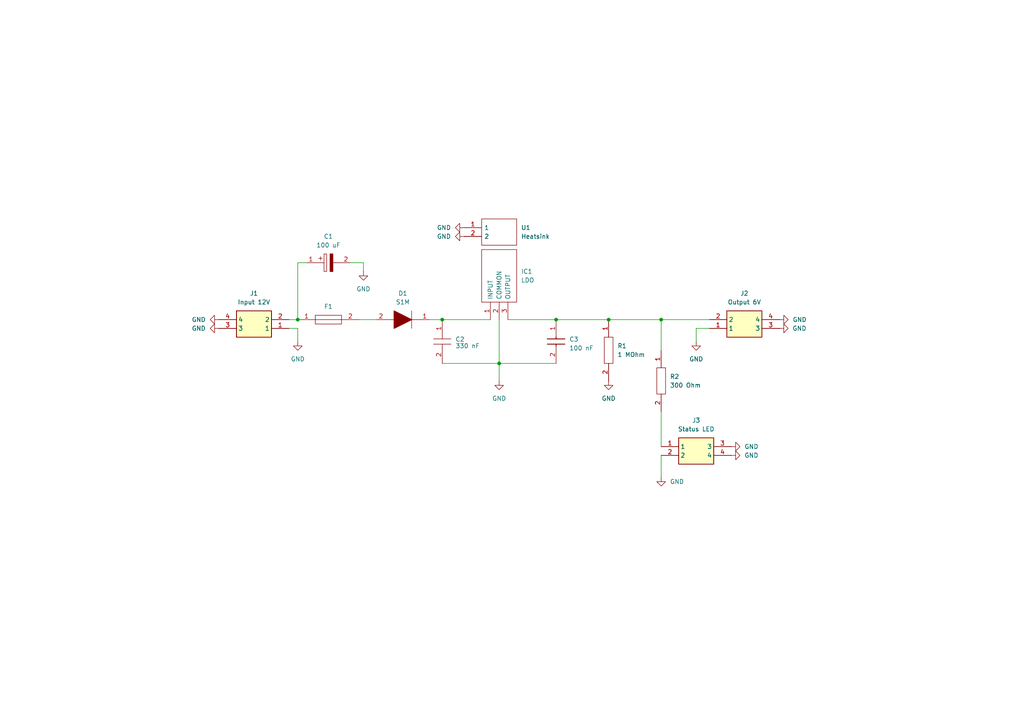
<source format=kicad_sch>
(kicad_sch (version 20231120) (generator "eeschema") (generator_version "8.0")
  (paper "A4")
  (title_block (title "Voltage Regulator for LNA ZX60-14LN-S+") (date "2024-11-06") (rev "1.0"))
  (lib_symbols
    (symbol "43650-0211:43650-0211"
      (property "Reference" "J" (at 16.51 7.62 0))
      (property "Value" "43650-0211" (at 16.51 5.08 0))
      (symbol "43650-0211_1_1"
        (rectangle (start 5.08 2.54) (end 15.24 -5.08) (stroke (width 0.254)) (fill (type background)))
        (pin passive line (at 20.32 -2.54 180) (length 5.08) (name "1") (number "1"))
        (pin passive line (at 20.32 0 180) (length 5.08) (name "2") (number "2"))
        (pin passive line (at 0 -2.54 0) (length 5.08) (name "3") (number "3"))
        (pin passive line (at 0 0 0) (length 5.08) (name "4") (number "4"))
      )
    )
    (symbol "Capacitor_Ceramic_100nF_muRata:GCM21BR72A104KA37L"
      (property "Reference" "C" (at 8.89 6.35 0))
      (symbol "GCM21BR72A104KA37L_1_0"
        (polyline (pts (xy 5.08 0) (xy 5.588 0)) (stroke (width 0.254)))
        (polyline (pts (xy 5.588 2.54) (xy 5.588 -2.54)) (stroke (width 0.254)))
        (polyline (pts (xy 7.112 0) (xy 7.62 0)) (stroke (width 0.254)))
        (polyline (pts (xy 7.112 2.54) (xy 7.112 -2.54)) (stroke (width 0.254)))
        (pin bidirectional line (at 0 0 0) (length 5.08) (name "1") (number "1"))
        (pin bidirectional line (at 12.7 0 180) (length 5.08) (name "2") (number "2"))
      )
    )
    (symbol "Capacitor_Ceramic_330nF_muRata:GRM21AR72A334KAC5L" (pin_names (offset 0.762))
      (property "Reference" "C" (at 8.89 6.35 0))
      (property "Value" "GRM21AR72A334KAC5L" (at 8.89 3.81 0))
      (symbol "GRM21AR72A334KAC5L_0_0"
        (pin passive line (at 0 0 0) (length 5.08) (name "~") (number "1"))
        (pin passive line (at 12.7 0 180) (length 5.08) (name "~") (number "2"))
      )
      (symbol "GRM21AR72A334KAC5L_0_1"
        (polyline (pts (xy 5.08 0) (xy 5.588 0)) (stroke (width 0.1524)))
        (polyline (pts (xy 5.588 2.54) (xy 5.588 -2.54)) (stroke (width 0.1524)))
        (polyline (pts (xy 7.112 0) (xy 7.62 0)) (stroke (width 0.1524)))
        (polyline (pts (xy 7.112 2.54) (xy 7.112 -2.54)) (stroke (width 0.1524)))
      )
    )
    (symbol "Capacitor_Tantalum_100uF_KEMET:T491X107K025AT" (pin_names (offset 0.762))
      (property "Reference" "C" (at 8.89 6.35 0))
      (property "Value" "T491X107K025AT" (at 8.89 3.81 0))
      (symbol "T491X107K025AT_0_0"
        (pin passive line (at 0 0 0) (length 2.54) (name "~") (number "1"))
        (pin passive line (at 12.7 0 180) (length 2.54) (name "~") (number "2"))
      )
      (symbol "T491X107K025AT_0_1"
        (polyline (pts (xy 2.54 0) (xy 5.08 0)) (stroke (width 0.1524)))
        (polyline (pts (xy 4.064 1.778) (xy 4.064 0.762)) (stroke (width 0.1524)))
        (polyline (pts (xy 4.572 1.27) (xy 3.556 1.27)) (stroke (width 0.1524)))
        (polyline (pts (xy 7.62 0) (xy 10.16 0)) (stroke (width 0.1524)))
        (polyline (pts (xy 5.08 2.54) (xy 5.08 -2.54) (xy 5.842 -2.54) (xy 5.842 2.54) (xy 5.08 2.54)) (stroke (width 0.1524)))
        (polyline (pts (xy 7.62 2.54) (xy 7.62 -2.54) (xy 6.858 -2.54) (xy 6.858 2.54) (xy 7.62 2.54)) (stroke (width 0.254)) (fill (type outline)))
      )
    )
    (symbol "Diode_1000V_1A_DO-2014AC:S1M" (pin_names (offset 0.762))
      (property "Reference" "D" (at 11.43 5.08 0))
      (property "Value" "S1M" (at 11.43 2.54 0))
      (symbol "S1M_0_0"
        (pin passive line (at 0 0 0) (length 2.54) (name "~") (number "1"))
        (pin passive line (at 15.24 0 180) (length 2.54) (name "~") (number "2"))
      )
      (symbol "S1M_0_1"
        (polyline (pts (xy 2.54 0) (xy 5.08 0)) (stroke (width 0.1524)))
        (polyline (pts (xy 5.08 2.54) (xy 5.08 -2.54)) (stroke (width 0.1524)))
        (polyline (pts (xy 10.16 0) (xy 12.7 0)) (stroke (width 0.1524)))
        (polyline (pts (xy 5.08 0) (xy 10.16 2.54) (xy 10.16 -2.54) (xy 5.08 0)) (stroke (width 0.254)) (fill (type outline)))
      )
    )
    (symbol "Fuse_1A_HolderAndFuse:0154001.DRT" (pin_names (offset 0.762))
      (property "Reference" "F" (at 13.97 6.35 0))
      (property "Value" "0154001.DRT" (at 13.97 3.81 0))
      (symbol "0154001.DRT_0_0"
        (pin passive line (at 0 0 0) (length 5.08) (name "~") (number "1"))
        (pin passive line (at 17.78 0 180) (length 5.08) (name "~") (number "2"))
      )
      (symbol "0154001.DRT_0_1"
        (polyline (pts (xy 5.08 0) (xy 12.7 0)) (stroke (width 0.1524)))
        (polyline (pts (xy 5.08 1.27) (xy 12.7 1.27) (xy 12.7 -1.27) (xy 5.08 -1.27) (xy 5.08 1.27)) (stroke (width 0.1524)))
      )
    )
    (symbol "Heatsink_TO-220:513002B02500G" (pin_names (offset 0.762))
      (property "Reference" "U" (at 16.51 7.62 0))
      (property "Value" "513002B02500G" (at 16.51 5.08 0))
      (symbol "513002B02500G_0_0"
        (pin passive line (at 0 0 0) (length 5.08) (name "1") (number "1"))
        (pin passive line (at 0 -2.54 0) (length 5.08) (name "2") (number "2"))
      )
      (symbol "513002B02500G_0_1"
        (polyline (pts (xy 5.08 2.54) (xy 15.24 2.54) (xy 15.24 -5.08) (xy 5.08 -5.08) (xy 5.08 2.54)) (stroke (width 0.1524)))
      )
    )
    (symbol "LDO_21-6V_BA17806CP-E2:BA17806CP-E2" (pin_names (offset 0.762))
      (property "Reference" "IC" (at 21.59 7.62 0))
      (property "Value" "BA17806CP-E2" (at 21.59 5.08 0))
      (symbol "BA17806CP-E2_0_0"
        (pin passive line (at 0 0 0) (length 5.08) (name "INPUT") (number "1"))
        (pin passive line (at 0 -2.54 0) (length 5.08) (name "COMMON") (number "2"))
        (pin passive line (at 0 -5.08 0) (length 5.08) (name "OUTPUT") (number "3"))
      )
      (symbol "BA17806CP-E2_0_1"
        (polyline (pts (xy 5.08 2.54) (xy 20.32 2.54) (xy 20.32 -7.62) (xy 5.08 -7.62) (xy 5.08 2.54)) (stroke (width 0.1524)))
      )
    )
    (symbol "Resistor_1MOhm_ThinFilm_SMD:ERA-6AEB105V" (pin_names (offset 0.762))
      (property "Reference" "R" (at 13.97 6.35 0))
      (property "Value" "ERA-6AEB105V" (at 13.97 3.81 0))
      (symbol "ERA-6AEB105V_0_0"
        (pin passive line (at 0 0 0) (length 5.08) (name "~") (number "1"))
        (pin passive line (at 17.78 0 180) (length 5.08) (name "~") (number "2"))
      )
      (symbol "ERA-6AEB105V_0_1"
        (polyline (pts (xy 5.08 1.27) (xy 12.7 1.27) (xy 12.7 -1.27) (xy 5.08 -1.27) (xy 5.08 1.27)) (stroke (width 0.1524)))
      )
    )
    (symbol "Resistor_200Ohm_ThickFilm_SMD:ERJ-U1TF2000U" (pin_names (offset 0.762))
      (property "Reference" "R" (at 13.97 6.35 0))
      (property "Value" "ERJ-U1TF2000U" (at 13.97 3.81 0))
      (symbol "ERJ-U1TF2000U_0_0"
        (pin passive line (at 0 0 0) (length 5.08) (name "~") (number "1"))
        (pin passive line (at 17.78 0 180) (length 5.08) (name "~") (number "2"))
      )
      (symbol "ERJ-U1TF2000U_0_1"
        (polyline (pts (xy 5.08 1.27) (xy 12.7 1.27) (xy 12.7 -1.27) (xy 5.08 -1.27) (xy 5.08 1.27)) (stroke (width 0.1524)))
      )
    )
    (symbol "power:GND" (power) (pin_numbers hide) (pin_names (offset 0) hide)
      (property "Value" "GND" (at 0 -3.81 0))
      (symbol "GND_0_1"
        (polyline (pts (xy 0 0) (xy 0 -1.27) (xy 1.27 -1.27) (xy 0 -2.54) (xy -1.27 -1.27) (xy 0 -1.27)))
      )
      (symbol "GND_1_1"
        (pin power_in line (at 0 0 270) (length 0) (name "~") (number "1"))
      )
    )
  )
  (junction (at 86.36 92.71))
  (junction (at 161.29 92.71))
  (junction (at 176.53 92.71))
  (junction (at 128.27 92.71))
  (junction (at 191.77 92.71))
  (junction (at 144.78 105.41))
  (wire (pts (xy 124.46 92.71) (xy 128.27 92.71)))
  (wire (pts (xy 147.32 92.71) (xy 161.29 92.71)))
  (wire (pts (xy 191.77 119.38) (xy 191.77 129.54)))
  (wire (pts (xy 144.78 105.41) (xy 144.78 110.49)))
  (wire (pts (xy 191.77 101.6) (xy 191.77 92.71)))
  (wire (pts (xy 176.53 92.71) (xy 191.77 92.71)))
  (wire (pts (xy 191.77 132.08) (xy 191.77 138.43)))
  (wire (pts (xy 88.9 76.2) (xy 86.36 76.2)))
  (wire (pts (xy 86.36 95.25) (xy 86.36 99.06)))
  (wire (pts (xy 83.82 92.71) (xy 86.36 92.71)))
  (wire (pts (xy 201.93 95.25) (xy 201.93 99.06)))
  (wire (pts (xy 83.82 95.25) (xy 86.36 95.25)))
  (wire (pts (xy 104.14 92.71) (xy 109.22 92.71)))
  (wire (pts (xy 144.78 105.41) (xy 161.29 105.41)))
  (wire (pts (xy 191.77 92.71) (xy 205.74 92.71)))
  (wire (pts (xy 105.41 76.2) (xy 101.6 76.2)))
  (wire (pts (xy 128.27 105.41) (xy 144.78 105.41)))
  (wire (pts (xy 128.27 92.71) (xy 142.24 92.71)))
  (wire (pts (xy 205.74 95.25) (xy 201.93 95.25)))
  (wire (pts (xy 105.41 76.2) (xy 105.41 78.74)))
  (wire (pts (xy 86.36 76.2) (xy 86.36 92.71)))
  (wire (pts (xy 161.29 92.71) (xy 176.53 92.71)))
  (wire (pts (xy 144.78 92.71) (xy 144.78 105.41)))
  (symbol (lib_id "43650-0211:43650-0211") (at 63.5 92.71 0) (unit 1)
    (property "Reference" "J1" (at 73.66 85.09 0))
    (property "Value" "Input 12V" (at 73.66 87.63 0))
    (property "Footprint" "Molex_Microfit_2Pin:43650-02YY_091011" (effects (hide yes)))
    (property "Datasheet" "https://www.molex.com/pdm_docs/sd/436500209_sd.pdf" (effects (hide yes)))
    (property "Description" "Micro-Fit 3.0 Right-Angle Header, 3.00mm Pitch, Single Row, 2 Circuits, with PCB Press-fit Metal Retention Clip, Glow-Wire Capable, Black, Tape and Reel" (effects (hide yes)))
    (property "Height" "5.57" (effects (hide yes)))
    (property "Mouser Part Number" "538-43650-0211" (effects (hide yes)))
    (property "Mouser Price/Stock" "https://www.mouser.co.uk/ProductDetail/Molex/43650-0211?qs=z57USrEQgt0F0sS1hGS9Bw%3D%3D" (effects (hide yes)))
    (property "Manufacturer_Name" "Molex" (effects (hide yes)))
    (property "Manufacturer_Part_Number" "43650-0211" (effects (hide yes)))
  )
  (symbol (lib_id "power:GND") (at 201.93 99.06 0) (unit 1)
    (property "Reference" "#PWR06" (effects (hide yes)))
    (property "Value" "GND" (at 201.93 104.14 0))
    (property "Description" "Power symbol creates a global label with name \"GND\" , ground" (effects (hide yes)))
  )
  (symbol (lib_id "power:GND") (at 226.06 92.71 90) (unit 1)
    (property "Reference" "#PWR09" (effects (hide yes)))
    (property "Value" "GND" (at 229.87 92.7099 90) (effects (justify right)))
    (property "Description" "Power symbol creates a global label with name \"GND\" , ground" (effects (hide yes)))
  )
  (symbol (lib_id "power:GND") (at 226.06 95.25 90) (unit 1)
    (property "Reference" "#PWR010" (effects (hide yes)))
    (property "Value" "GND" (at 229.8254 95.2499 90) (effects (justify right)))
    (property "Description" "Power symbol creates a global label with name \"GND\" , ground" (effects (hide yes)))
  )
  (symbol (lib_id "power:GND") (at 212.09 132.08 90) (unit 1)
    (property "Reference" "#PWR07" (effects (hide yes)))
    (property "Value" "GND" (at 215.9 132.0799 90) (effects (justify right)))
    (property "Description" "Power symbol creates a global label with name \"GND\" , ground" (effects (hide yes)))
  )
  (symbol (lib_id "Capacitor_Ceramic_330nF_muRata:GRM21AR72A334KAC5L") (at 128.27 92.71 270) (unit 1)
    (property "Reference" "C2" (at 132.08 98.4249 90) (effects (justify left)))
    (property "Value" "330 nF" (at 132.08 100.33 90) (effects (justify left)))
    (property "Footprint" "Capacitor_Ceramic_330nF:CAPC2012X100N" (effects (hide yes)))
    (property "Description" "Multilayer Ceramic Capacitors MLCC - SMD/SMT .33uF 100Volts 10%" (effects (hide yes)))
    (property "Description_1" "Multilayer Ceramic Capacitors MLCC - SMD/SMT .33uF 100Volts 10%" (effects (hide yes)))
    (property "Height" "1" (effects (hide yes)))
    (property "Mouser Part Number" "81-GRM21AR72A334KA5L" (effects (hide yes)))
    (property "Mouser Price/Stock" "https://www.mouser.co.uk/ProductDetail/Murata-Electronics/GRM21AR72A334KAC5L?qs=vS1sKHMaE9WxhFYLmviwXA%3D%3D" (effects (hide yes)))
    (property "Manufacturer_Name" "Murata Electronics" (effects (hide yes)))
    (property "Manufacturer_Part_Number" "GRM21AR72A334KAC5L" (effects (hide yes)))
  )
  (symbol (lib_id "power:GND") (at 191.77 138.43 0) (unit 1)
    (property "Reference" "#PWR05" (effects (hide yes)))
    (property "Value" "GND" (at 194.31 139.6999 0) (effects (justify left)))
    (property "Description" "Power symbol creates a global label with name \"GND\" , ground" (effects (hide yes)))
  )
  (symbol (lib_id "power:GND") (at 144.78 110.49 0) (unit 1)
    (property "Reference" "#PWR03" (effects (hide yes)))
    (property "Value" "GND" (at 144.78 115.57 0))
    (property "Description" "Power symbol creates a global label with name \"GND\" , ground" (effects (hide yes)))
  )
  (symbol (lib_id "power:GND") (at 212.09 129.54 90) (unit 1)
    (property "Reference" "#PWR08" (effects (hide yes)))
    (property "Value" "GND" (at 215.9 129.5399 90) (effects (justify right)))
    (property "Description" "Power symbol creates a global label with name \"GND\" , ground" (effects (hide yes)))
  )
  (symbol (lib_id "Resistor_1MOhm_ThinFilm_SMD:ERA-6AEB105V") (at 176.53 92.71 270) (unit 1)
    (property "Reference" "R1" (at 179.07 100.3299 90) (effects (justify left)))
    (property "Value" "1 MOhm" (at 179.07 102.8699 90) (effects (justify left)))
    (property "Footprint" "Resistor_1MOhm_ThinFilm:ERA6AEB101V" (effects (hide yes)))
    (property "Datasheet" "https://industrial.panasonic.com/cdbs/www-data/pdf/RDM0000/AOA0000C307.pdf" (effects (hide yes)))
    (property "Description" "Thin Film Resistors - SMD 0805 1/8W 1.0Mohms" (effects (hide yes)))
    (property "Description_1" "Thin Film Resistors - SMD 0805 1/8W 1.0Mohms" (effects (hide yes)))
    (property "Height" "0.6" (effects (hide yes)))
    (property "Mouser Part Number" "667-ERA-6AEB105V" (effects (hide yes)))
    (property "Mouser Price/Stock" "https://www.mouser.co.uk/ProductDetail/Panasonic/ERA-6AEB105V?qs=2pXEX08Cf1VGLbL%252By9J2zw%3D%3D" (effects (hide yes)))
    (property "Manufacturer_Name" "Panasonic" (effects (hide yes)))
    (property "Manufacturer_Part_Number" "ERA-6AEB105V" (effects (hide yes)))
  )
  (symbol (lib_id "43650-0211:43650-0211") (at 212.09 132.08 180) (unit 1)
    (property "Reference" "J3" (at 201.93 121.92 0))
    (property "Value" "Status LED" (at 201.93 124.46 0))
    (property "Footprint" "Molex_Microfit_2Pin:43650-02YY_091011" (effects (hide yes)))
    (property "Datasheet" "https://www.molex.com/pdm_docs/sd/436500209_sd.pdf" (effects (hide yes)))
    (property "Description" "Micro-Fit 3.0 Right-Angle Header, 3.00mm Pitch, Single Row, 2 Circuits, with PCB Press-fit Metal Retention Clip, Glow-Wire Capable, Black, Tape and Reel" (effects (hide yes)))
    (property "Height" "5.57" (effects (hide yes)))
    (property "Mouser Part Number" "538-43650-0211" (effects (hide yes)))
    (property "Mouser Price/Stock" "https://www.mouser.co.uk/ProductDetail/Molex/43650-0211?qs=z57USrEQgt0F0sS1hGS9Bw%3D%3D" (effects (hide yes)))
    (property "Manufacturer_Name" "Molex" (effects (hide yes)))
    (property "Manufacturer_Part_Number" "43650-0211" (effects (hide yes)))
  )
  (symbol (lib_id "power:GND") (at 134.62 68.58 270) (unit 1)
    (property "Reference" "#PWR012" (effects (hide yes)))
    (property "Value" "GND" (at 130.81 68.5799 90) (effects (justify right)))
    (property "Description" "Power symbol creates a global label with name \"GND\" , ground" (effects (hide yes)))
  )
  (symbol (lib_id "power:GND") (at 63.5 92.71 270) (unit 1)
    (property "Reference" "#PWR013" (effects (hide yes)))
    (property "Value" "GND" (at 59.69 92.7099 90) (effects (justify right)))
    (property "Description" "Power symbol creates a global label with name \"GND\" , ground" (effects (hide yes)))
  )
  (symbol (lib_id "Resistor_200Ohm_ThickFilm_SMD:ERJ-U1TF2000U") (at 191.77 101.6 270) (unit 1)
    (property "Reference" "R2" (at 194.31 109.2199 90) (effects (justify left)))
    (property "Value" "300 Ohm" (at 194.31 111.7599 90) (effects (justify left)))
    (property "Footprint" "Resistor_200Ohm_ThickFilm:ERJS1T_U1T__2512_" (effects (hide yes)))
    (property "Datasheet" "https://componentsearchengine.com/Datasheets/1/ERJ-U1TF2000U.pdf" (effects (hide yes)))
    (property "Description" "Thick Film Resistors - SMD 2512 1% 200ohm Anti-Sulfur AEC-Q200" (effects (hide yes)))
    (property "Description_1" "Thick Film Resistors - SMD 2512 1% 200ohm Anti-Sulfur AEC-Q200" (effects (hide yes)))
    (property "Height" "0.7" (effects (hide yes)))
    (property "Mouser Part Number" "667-ERJ-U1TF2000U" (effects (hide yes)))
    (property "Mouser Price/Stock" "https://www.mouser.com/Search/Refine.aspx?Keyword=667-ERJ-U1TF2000U" (effects (hide yes)))
    (property "Manufacturer_Name" "Panasonic" (effects (hide yes)))
    (property "Manufacturer_Part_Number" "ERJ-U1TF2000U" (effects (hide yes)))
  )
  (symbol (lib_id "power:GND") (at 105.41 78.74 0) (unit 1)
    (property "Reference" "#PWR02" (effects (hide yes)))
    (property "Value" "GND" (at 105.41 83.82 0))
    (property "Description" "Power symbol creates a global label with name \"GND\" , ground" (effects (hide yes)))
  )
  (symbol (lib_id "power:GND") (at 176.53 110.49 0) (unit 1)
    (property "Reference" "#PWR04" (effects (hide yes)))
    (property "Value" "GND" (at 176.53 115.57 0))
    (property "Description" "Power symbol creates a global label with name \"GND\" , ground" (effects (hide yes)))
  )
  (symbol (lib_id "power:GND") (at 63.5 95.25 270) (unit 1)
    (property "Reference" "#PWR014" (effects (hide yes)))
    (property "Value" "GND" (at 59.69 95.2499 90) (effects (justify right)))
    (property "Description" "Power symbol creates a global label with name \"GND\" , ground" (effects (hide yes)))
  )
  (symbol (lib_id "Fuse_1A_HolderAndFuse:0154001.DRT") (at 86.36 92.71 0) (unit 1)
    (property "Reference" "F1" (at 95.25 88.9 0))
    (property "Value" "0154001.DRT" (effects (hide yes)))
    (property "Footprint" "Fuse_1A_Fuse_and_Holder:0154001.DRT" (effects (hide yes)))
    (property "Datasheet" "https://datasheet.datasheetarchive.com/originals/distributors/Datasheets-DGA19/20965.pdf" (effects (hide yes)))
    (property "Description" "Fuse SMD NANO2 1A T anti surge w/holder Littelfuse 1A T Surface Mount Fuse, 125 V ac/dc" (effects (hide yes)))
    (property "Description_1" "Fuse SMD NANO2 1A T anti surge w/holder Littelfuse 1A T Surface Mount Fuse, 125 V ac/dc" (effects (hide yes)))
    (property "Mouser Part Number" "576-0154001.DRT" (effects (hide yes)))
    (property "Mouser Price/Stock" "https://www.mouser.co.uk/ProductDetail/Littelfuse/0154001.DRT?qs=gu7KAQ731UQPKHSDuMkClg%3D%3D" (effects (hide yes)))
    (property "Manufacturer_Name" "LITTELFUSE" (effects (hide yes)))
    (property "Manufacturer_Part_Number" "0154001.DRT" (effects (hide yes)))
  )
  (symbol (lib_id "Diode_1000V_1A_DO-2014AC:S1M") (at 124.46 92.71 180) (unit 1)
    (property "Reference" "D1" (at 116.84 85.09 0))
    (property "Value" "S1M" (at 116.84 87.63 0))
    (property "Footprint" "Diode_1000V_1A_DO-214AC:DIOM5227X270N" (effects (hide yes)))
    (property "Datasheet" "https://componentsearchengine.com/Datasheets/2/S1M.pdf" (effects (hide yes)))
    (property "Description" "ON SEMICONDUCTOR - S1M - DIODE, STANDARD, 1A, 1000V, SMD" (effects (hide yes)))
    (property "Description_1" "ON SEMICONDUCTOR - S1M - DIODE, STANDARD, 1A, 1000V, SMD" (effects (hide yes)))
    (property "Height" "2.7" (effects (hide yes)))
    (property "Mouser Part Number" "512-S1M" (effects (hide yes)))
    (property "Mouser Price/Stock" "https://www.mouser.co.uk/ProductDetail/onsemi-Fairchild/S1M?qs=RJwZ8kJo1mhFujnIpzoJdg%3D%3D" (effects (hide yes)))
    (property "Manufacturer_Name" "onsemi" (effects (hide yes)))
    (property "Manufacturer_Part_Number" "S1M" (effects (hide yes)))
  )
  (symbol (lib_id "Capacitor_Tantalum_100uF_KEMET:T491X107K025AT") (at 88.9 76.2 0) (unit 1)
    (property "Reference" "C1" (at 95.25 68.58 0))
    (property "Value" "100 uF" (at 95.25 71.12 0))
    (property "Footprint" "Capacitor_Tantalum_100uF:T491X" (effects (hide yes)))
    (property "Datasheet" "https://content.kemet.com/datasheets/KEM_T2005_T491.pdf" (effects (hide yes)))
    (property "Description" "T491, Tantalum, MnO2 Tantalum, Commercial Grade, 100 uF, 10%, 25 VDC, 125C, -55C, 85C, SMD, MnO2, Molded, 8 % , 300 mOhms, 25 uA, 652.04 mg, 7343, 4mm, Height Max = 4.3mm, 500, 156  Weeks" (effects (hide yes)))
    (property "Description_1" "T491, Tantalum, MnO2 Tantalum, Commercial Grade, 100 uF, 10%, 25 VDC, 125C, -55C, 85C, SMD, MnO2, Molded, 8 % , 300 mOhms, 25 uA, 652.04 mg, 7343, 4mm, Height Max = 4.3mm, 500, 156  Weeks" (effects (hide yes)))
    (property "Height" "4.3" (effects (hide yes)))
    (property "Mouser Part Number" "80-T491X107K025AT" (effects (hide yes)))
    (property "Mouser Price/Stock" "https://www.mouser.co.uk/ProductDetail/KEMET/T491X107K025AT?qs=QpHsZXO%252BQJ%252BKFgQiUckA6A%3D%3D" (effects (hide yes)))
    (property "Manufacturer_Name" "KEMET" (effects (hide yes)))
    (property "Manufacturer_Part_Number" "T491X107K025AT" (effects (hide yes)))
  )
  (symbol (lib_id "Capacitor_Ceramic_100nF_muRata:GCM21BR72A104KA37L") (at 161.29 92.71 270) (unit 1)
    (property "Reference" "C3" (at 165.1 98.425 90) (effects (justify left)))
    (property "Value" "100 nF" (at 165.1 100.965 90) (effects (justify left)))
    (property "Footprint" "Capacitor_Ceramic_100nF:CAPC2012X140N" (effects (hide yes)))
    (property "Description" "Ceramic  SMT capacitor 100nF 100Vdc Murata 100nF Multilayer Ceramic Capacitor (MLCC) 100 V dc +/-10% X7R dielectric GCM Surface Mount max op. temp. +125C\n\nSource: https://psearch.en.murata.com/capacitor/product/GCM21BR72A104KA37#.html  Datasheet" (effects (hide yes)))
  )
  (symbol (lib_id "Heatsink_TO-220:513002B02500G") (at 134.62 66.04 0) (unit 1)
    (property "Reference" "U1" (at 151.13 66.0399 0) (effects (justify left)))
    (property "Value" "Heatsink" (at 151.13 68.5799 0) (effects (justify left)))
    (property "Footprint" "Heatsink_TO-220:513002B02500G" (effects (hide yes)))
    (property "Description" "AAVID THERMALLOY - 513002B02500G - HEAT SINK" (effects (hide yes)))
    (property "Description_1" "AAVID THERMALLOY - 513002B02500G - HEAT SINK" (effects (hide yes)))
    (property "Height" "25.4" (effects (hide yes)))
    (property "Mouser Part Number" "532-513002B25G" (effects (hide yes)))
    (property "Mouser Price/Stock" "https://www.mouser.co.uk/ProductDetail/Aavid/513002B02500G?qs=FlsQBa5xHTbPBByZnQTykg%3D%3D" (effects (hide yes)))
    (property "Manufacturer_Name" "Aavid Thermalloy" (effects (hide yes)))
    (property "Manufacturer_Part_Number" "513002B02500G" (effects (hide yes)))
  )
  (symbol (lib_id "power:GND") (at 86.36 99.06 0) (unit 1)
    (property "Reference" "#PWR01" (effects (hide yes)))
    (property "Value" "GND" (at 86.36 104.14 0))
    (property "Description" "Power symbol creates a global label with name \"GND\" , ground" (effects (hide yes)))
  )
  (symbol (lib_id "power:GND") (at 134.62 66.04 270) (unit 1)
    (property "Reference" "#PWR011" (effects (hide yes)))
    (property "Value" "GND" (at 130.81 66.0399 90) (effects (justify right)))
    (property "Description" "Power symbol creates a global label with name \"GND\" , ground" (effects (hide yes)))
  )
  (symbol (lib_id "LDO_21-6V_BA17806CP-E2:BA17806CP-E2") (at 142.24 92.71 90) (unit 1)
    (property "Reference" "IC1" (at 151.13 78.7399 90) (effects (justify right)))
    (property "Value" "LDO" (at 151.13 81.2799 90) (effects (justify right)))
    (property "Footprint" "LDO_21V-6V_BA17806CP-E2:TO254P460X1010X1720-3P" (effects (hide yes)))
    (property "Datasheet" "https://fscdn.rohm.com/jp/products/databook/datasheet/ic/power/linear_regulator/ba178_series-j.pdf" (effects (hide yes)))
    (property "Description" "Standard Voltage Regulators" (effects (hide yes)))
    (property "Description_1" "Standard Voltage Regulators" (effects (hide yes)))
    (property "Height" "4.6" (effects (hide yes)))
    (property "Mouser Part Number" "755-BA17806CP-E2" (effects (hide yes)))
    (property "Mouser Price/Stock" "https://www.mouser.co.uk/ProductDetail/ROHM-Semiconductor/BA17806CP-E2?qs=IsRgwgmxh6%252Bu7gXf8CL%252Bqw%3D%3D" (effects (hide yes)))
    (property "Manufacturer_Name" "ROHM Semiconductor" (effects (hide yes)))
    (property "Manufacturer_Part_Number" "BA17806CP-E2" (effects (hide yes)))
  )
  (symbol (lib_id "43650-0211:43650-0211") (at 226.06 92.71 0) (mirror y) (unit 1)
    (property "Reference" "J2" (at 215.9 85.09 0))
    (property "Value" "Output 6V" (at 215.9 87.63 0))
    (property "Footprint" "Molex_Microfit_2Pin:43650-02YY_091011" (effects (hide yes)))
    (property "Datasheet" "https://www.molex.com/pdm_docs/sd/436500209_sd.pdf" (effects (hide yes)))
    (property "Description" "Micro-Fit 3.0 Right-Angle Header, 3.00mm Pitch, Single Row, 2 Circuits, with PCB Press-fit Metal Retention Clip, Glow-Wire Capable, Black, Tape and Reel" (effects (hide yes)))
    (property "Height" "5.57" (effects (hide yes)))
    (property "Mouser Part Number" "538-43650-0211" (effects (hide yes)))
    (property "Mouser Price/Stock" "https://www.mouser.co.uk/ProductDetail/Molex/43650-0211?qs=z57USrEQgt0F0sS1hGS9Bw%3D%3D" (effects (hide yes)))
    (property "Manufacturer_Name" "Molex" (effects (hide yes)))
    (property "Manufacturer_Part_Number" "43650-0211" (effects (hide yes)))
  )
)
</source>
